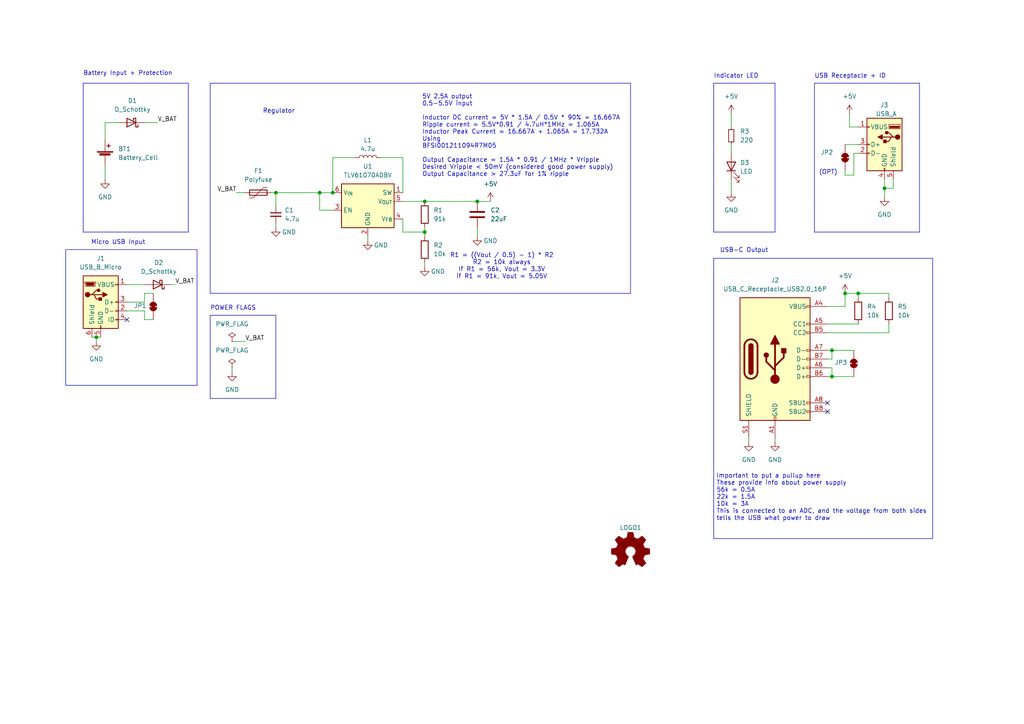
<source format=kicad_sch>
(kicad_sch (version 20231120) (generator "eeschema") (generator_version "8.0")
  (paper "A4")
  (lib_symbols
    (symbol "Connector:USB_A" (pin_names (offset 1.016))
      (property "Reference" "J" (at -5.08 11.43 0))
      (property "Value" "USB_A" (at -5.08 8.89 0))
      (symbol "USB_A_0_1"
        (rectangle (start -5.08 -7.62) (end 5.08 7.62) (stroke (width 0.254)) (fill (type background)))
        (circle (center -3.81 2.159) (radius 0.635) (stroke (width 0.254)) (fill (type outline)))
        (rectangle (start -1.524 4.826) (end -4.318 5.334) (fill (type outline)))
        (rectangle (start -1.27 4.572) (end -4.572 5.842))
        (circle (center -0.635 3.429) (radius 0.381) (stroke (width 0.254)) (fill (type outline)))
        (rectangle (start -0.127 -7.62) (end 0.127 -6.858))
        (polyline (pts (xy -3.175 2.159) (xy -2.54 2.159) (xy -1.27 3.429) (xy -0.635 3.429)) (stroke (width 0.254)))
        (polyline (pts (xy -2.54 2.159) (xy -1.905 2.159) (xy -1.27 0.889) (xy 0 0.889)) (stroke (width 0.254)))
        (polyline (pts (xy 0.635 2.794) (xy 0.635 1.524) (xy 1.905 2.159) (xy 0.635 2.794)) (stroke (width 0.254)) (fill (type outline)))
        (rectangle (start 0.254 1.27) (end -0.508 0.508) (stroke (width 0.254)) (fill (type outline)))
        (rectangle (start 5.08 -2.667) (end 4.318 -2.413))
        (rectangle (start 5.08 -0.127) (end 4.318 0.127))
        (rectangle (start 5.08 4.953) (end 4.318 5.207))
      )
      (symbol "USB_A_1_1"
        (polyline (pts (xy -1.905 2.159) (xy 0.635 2.159)) (stroke (width 0.254)))
        (pin power_in line (at 7.62 5.08 180) (length 2.54) (name "VBUS") (number "1"))
        (pin bidirectional line (at 7.62 -2.54 180) (length 2.54) (name "D-") (number "2"))
        (pin bidirectional line (at 7.62 0 180) (length 2.54) (name "D+") (number "3"))
        (pin power_in line (at 0 -10.16 90) (length 2.54) (name "GND") (number "4"))
        (pin passive line (at -2.54 -10.16 90) (length 2.54) (name "Shield") (number "5"))
      )
    )
    (symbol "Connector:USB_B_Micro" (pin_names (offset 1.016))
      (property "Reference" "J" (at -5.08 11.43 0))
      (property "Value" "USB_B_Micro" (at -5.08 8.89 0))
      (symbol "USB_B_Micro_0_1"
        (rectangle (start -5.08 -7.62) (end 5.08 7.62) (stroke (width 0.254)) (fill (type background)))
        (circle (center -3.81 2.159) (radius 0.635) (stroke (width 0.254)) (fill (type outline)))
        (circle (center -0.635 3.429) (radius 0.381) (stroke (width 0.254)) (fill (type outline)))
        (rectangle (start -0.127 -7.62) (end 0.127 -6.858))
        (polyline (pts (xy -1.905 2.159) (xy 0.635 2.159)) (stroke (width 0.254)))
        (polyline (pts (xy -3.175 2.159) (xy -2.54 2.159) (xy -1.27 3.429) (xy -0.635 3.429)) (stroke (width 0.254)))
        (polyline (pts (xy -2.54 2.159) (xy -1.905 2.159) (xy -1.27 0.889) (xy 0 0.889)) (stroke (width 0.254)))
        (polyline (pts (xy 0.635 2.794) (xy 0.635 1.524) (xy 1.905 2.159) (xy 0.635 2.794)) (stroke (width 0.254)) (fill (type outline)))
        (polyline (pts (xy -4.318 5.588) (xy -1.778 5.588) (xy -2.032 4.826) (xy -4.064 4.826) (xy -4.318 5.588)) (fill (type outline)))
        (polyline (pts (xy -4.699 5.842) (xy -4.699 5.588) (xy -4.445 4.826) (xy -4.445 4.572) (xy -1.651 4.572) (xy -1.651 4.826) (xy -1.397 5.588) (xy -1.397 5.842) (xy -4.699 5.842)))
        (rectangle (start 0.254 1.27) (end -0.508 0.508) (stroke (width 0.254)) (fill (type outline)))
        (rectangle (start 5.08 -5.207) (end 4.318 -4.953))
        (rectangle (start 5.08 -2.667) (end 4.318 -2.413))
        (rectangle (start 5.08 -0.127) (end 4.318 0.127))
        (rectangle (start 5.08 4.953) (end 4.318 5.207))
      )
      (symbol "USB_B_Micro_1_1"
        (pin power_out line (at 7.62 5.08 180) (length 2.54) (name "VBUS") (number "1"))
        (pin bidirectional line (at 7.62 -2.54 180) (length 2.54) (name "D-") (number "2"))
        (pin bidirectional line (at 7.62 0 180) (length 2.54) (name "D+") (number "3"))
        (pin passive line (at 7.62 -5.08 180) (length 2.54) (name "ID") (number "4"))
        (pin power_out line (at 0 -10.16 90) (length 2.54) (name "GND") (number "5"))
        (pin passive line (at -2.54 -10.16 90) (length 2.54) (name "Shield") (number "6"))
      )
    )
    (symbol "Connector:USB_C_Receptacle_USB2.0_16P" (pin_names (offset 1.016))
      (property "Reference" "J" (at 0 22.225 0))
      (property "Value" "USB_C_Receptacle_USB2.0_16P" (at 0 19.685 0))
      (symbol "USB_C_Receptacle_USB2.0_16P_0_0"
        (rectangle (start -0.254 -17.78) (end 0.254 -16.764))
        (rectangle (start 10.16 -14.986) (end 9.144 -15.494))
        (rectangle (start 10.16 -12.446) (end 9.144 -12.954))
        (rectangle (start 10.16 -4.826) (end 9.144 -5.334))
        (rectangle (start 10.16 -2.286) (end 9.144 -2.794))
        (rectangle (start 10.16 0.254) (end 9.144 -0.254))
        (rectangle (start 10.16 2.794) (end 9.144 2.286))
        (rectangle (start 10.16 7.874) (end 9.144 7.366))
        (rectangle (start 10.16 10.414) (end 9.144 9.906))
        (rectangle (start 10.16 15.494) (end 9.144 14.986))
      )
      (symbol "USB_C_Receptacle_USB2.0_16P_0_1"
        (rectangle (start -10.16 17.78) (end 10.16 -17.78) (stroke (width 0.254)) (fill (type background)))
        (arc (start -8.89 -3.81) (mid -6.985 -5.7067) (end -5.08 -3.81) (stroke (width 0.508)))
        (arc (start -7.62 -3.81) (mid -6.985 -4.4423) (end -6.35 -3.81) (stroke (width 0.254)))
        (arc (start -7.62 -3.81) (mid -6.985 -4.4423) (end -6.35 -3.81) (stroke (width 0.254)) (fill (type outline)))
        (rectangle (start -7.62 -3.81) (end -6.35 3.81) (stroke (width 0.254)) (fill (type outline)))
        (arc (start -6.35 3.81) (mid -6.985 4.4423) (end -7.62 3.81) (stroke (width 0.254)))
        (arc (start -6.35 3.81) (mid -6.985 4.4423) (end -7.62 3.81) (stroke (width 0.254)) (fill (type outline)))
        (arc (start -5.08 3.81) (mid -6.985 5.7067) (end -8.89 3.81) (stroke (width 0.508)))
        (circle (center -2.54 1.143) (radius 0.635) (stroke (width 0.254)) (fill (type outline)))
        (circle (center 0 -5.842) (radius 1.27) (fill (type outline)))
        (polyline (pts (xy -8.89 -3.81) (xy -8.89 3.81)) (stroke (width 0.508)))
        (polyline (pts (xy -5.08 3.81) (xy -5.08 -3.81)) (stroke (width 0.508)))
        (polyline (pts (xy 0 -5.842) (xy 0 4.318)) (stroke (width 0.508)))
        (polyline (pts (xy 0 -3.302) (xy -2.54 -0.762) (xy -2.54 0.508)) (stroke (width 0.508)))
        (polyline (pts (xy 0 -2.032) (xy 2.54 0.508) (xy 2.54 1.778)) (stroke (width 0.508)))
        (polyline (pts (xy -1.27 4.318) (xy 0 6.858) (xy 1.27 4.318) (xy -1.27 4.318)) (stroke (width 0.254)) (fill (type outline)))
        (rectangle (start 1.905 1.778) (end 3.175 3.048) (stroke (width 0.254)) (fill (type outline)))
      )
      (symbol "USB_C_Receptacle_USB2.0_16P_1_1"
        (pin passive line (at 0 -22.86 90) (length 5.08) (name "GND") (number "A1"))
        (pin passive line (at 0 -22.86 90) (length 5.08) hide (name "GND") (number "A12"))
        (pin passive line (at 15.24 15.24 180) (length 5.08) (name "VBUS") (number "A4"))
        (pin bidirectional line (at 15.24 10.16 180) (length 5.08) (name "CC1") (number "A5"))
        (pin bidirectional line (at 15.24 -2.54 180) (length 5.08) (name "D+") (number "A6"))
        (pin bidirectional line (at 15.24 2.54 180) (length 5.08) (name "D-") (number "A7"))
        (pin bidirectional line (at 15.24 -12.7 180) (length 5.08) (name "SBU1") (number "A8"))
        (pin passive line (at 15.24 15.24 180) (length 5.08) hide (name "VBUS") (number "A9"))
        (pin passive line (at 0 -22.86 90) (length 5.08) hide (name "GND") (number "B1"))
        (pin passive line (at 0 -22.86 90) (length 5.08) hide (name "GND") (number "B12"))
        (pin passive line (at 15.24 15.24 180) (length 5.08) hide (name "VBUS") (number "B4"))
        (pin bidirectional line (at 15.24 7.62 180) (length 5.08) (name "CC2") (number "B5"))
        (pin bidirectional line (at 15.24 -5.08 180) (length 5.08) (name "D+") (number "B6"))
        (pin bidirectional line (at 15.24 0 180) (length 5.08) (name "D-") (number "B7"))
        (pin bidirectional line (at 15.24 -15.24 180) (length 5.08) (name "SBU2") (number "B8"))
        (pin passive line (at 15.24 15.24 180) (length 5.08) hide (name "VBUS") (number "B9"))
        (pin passive line (at -7.62 -22.86 90) (length 5.08) (name "SHIELD") (number "S1"))
      )
    )
    (symbol "Device:Battery_Cell" (pin_numbers hide) (pin_names (offset 0) hide)
      (property "Reference" "BT" (at 2.54 2.54 0))
      (property "Value" "Battery_Cell" (at 2.54 0 0))
      (symbol "Battery_Cell_0_1"
        (rectangle (start -2.286 1.778) (end 2.286 1.524) (fill (type outline)))
        (rectangle (start -1.5748 1.1938) (end 1.4732 0.6858) (fill (type outline)))
        (polyline (pts (xy 0 0.762) (xy 0 0)))
        (polyline (pts (xy 0 1.778) (xy 0 2.54)))
        (polyline (pts (xy 0.508 3.429) (xy 1.524 3.429)) (stroke (width 0.254)))
        (polyline (pts (xy 1.016 3.937) (xy 1.016 2.921)) (stroke (width 0.254)))
      )
      (symbol "Battery_Cell_1_1"
        (pin passive line (at 0 5.08 270) (length 2.54) (name "+") (number "1"))
        (pin passive line (at 0 -2.54 90) (length 2.54) (name "-") (number "2"))
      )
    )
    (symbol "Device:C" (pin_numbers hide) (pin_names (offset 0.254))
      (property "Reference" "C" (at 0.635 2.54 0))
      (property "Value" "C" (at 0.635 -2.54 0))
      (symbol "C_0_1"
        (polyline (pts (xy -2.032 -0.762) (xy 2.032 -0.762)) (stroke (width 0.508)))
        (polyline (pts (xy -2.032 0.762) (xy 2.032 0.762)) (stroke (width 0.508)))
      )
      (symbol "C_1_1"
        (pin passive line (at 0 3.81 270) (length 2.794) (name "~") (number "1"))
        (pin passive line (at 0 -3.81 90) (length 2.794) (name "~") (number "2"))
      )
    )
    (symbol "Device:C_Small" (pin_numbers hide) (pin_names (offset 0.254) hide)
      (property "Reference" "C" (at 0.254 1.778 0))
      (property "Value" "C_Small" (at 0.254 -2.032 0))
      (symbol "C_Small_0_1"
        (polyline (pts (xy -1.524 -0.508) (xy 1.524 -0.508)) (stroke (width 0.3302)))
        (polyline (pts (xy -1.524 0.508) (xy 1.524 0.508)) (stroke (width 0.3048)))
      )
      (symbol "C_Small_1_1"
        (pin passive line (at 0 2.54 270) (length 2.032) (name "~") (number "1"))
        (pin passive line (at 0 -2.54 90) (length 2.032) (name "~") (number "2"))
      )
    )
    (symbol "Device:D_Schottky" (pin_numbers hide) (pin_names (offset 1.016) hide)
      (property "Reference" "D" (at 0 2.54 0))
      (property "Value" "D_Schottky" (at 0 -2.54 0))
      (symbol "D_Schottky_0_1"
        (polyline (pts (xy 1.27 0) (xy -1.27 0)))
        (polyline (pts (xy 1.27 1.27) (xy 1.27 -1.27) (xy -1.27 0) (xy 1.27 1.27)) (stroke (width 0.254)))
        (polyline (pts (xy -1.905 0.635) (xy -1.905 1.27) (xy -1.27 1.27) (xy -1.27 -1.27) (xy -0.635 -1.27) (xy -0.635 -0.635)) (stroke (width 0.254)))
      )
      (symbol "D_Schottky_1_1"
        (pin passive line (at -3.81 0 0) (length 2.54) (name "K") (number "1"))
        (pin passive line (at 3.81 0 180) (length 2.54) (name "A") (number "2"))
      )
    )
    (symbol "Device:L" (pin_numbers hide) (pin_names (offset 1.016) hide)
      (property "Reference" "L" (at -1.27 0 90))
      (property "Value" "L" (at 1.905 0 90))
      (symbol "L_0_1"
        (arc (start 0 -2.54) (mid 0.6323 -1.905) (end 0 -1.27))
        (arc (start 0 -1.27) (mid 0.6323 -0.635) (end 0 0))
        (arc (start 0 0) (mid 0.6323 0.635) (end 0 1.27))
        (arc (start 0 1.27) (mid 0.6323 1.905) (end 0 2.54))
      )
      (symbol "L_1_1"
        (pin passive line (at 0 3.81 270) (length 1.27) (name "1") (number "1"))
        (pin passive line (at 0 -3.81 90) (length 1.27) (name "2") (number "2"))
      )
    )
    (symbol "Device:LED" (pin_numbers hide) (pin_names (offset 1.016) hide)
      (property "Reference" "D" (at 0 2.54 0))
      (property "Value" "LED" (at 0 -2.54 0))
      (symbol "LED_0_1"
        (polyline (pts (xy -1.27 -1.27) (xy -1.27 1.27)) (stroke (width 0.254)))
        (polyline (pts (xy -1.27 0) (xy 1.27 0)))
        (polyline (pts (xy 1.27 -1.27) (xy 1.27 1.27) (xy -1.27 0) (xy 1.27 -1.27)) (stroke (width 0.254)))
        (polyline (pts (xy -3.048 -0.762) (xy -4.572 -2.286) (xy -3.81 -2.286) (xy -4.572 -2.286) (xy -4.572 -1.524)))
        (polyline (pts (xy -1.778 -0.762) (xy -3.302 -2.286) (xy -2.54 -2.286) (xy -3.302 -2.286) (xy -3.302 -1.524)))
      )
      (symbol "LED_1_1"
        (pin passive line (at -3.81 0 0) (length 2.54) (name "K") (number "1"))
        (pin passive line (at 3.81 0 180) (length 2.54) (name "A") (number "2"))
      )
    )
    (symbol "Device:Polyfuse" (pin_numbers hide) (pin_names (offset 0))
      (property "Reference" "F" (at -2.54 0 90))
      (property "Value" "Polyfuse" (at 2.54 0 90))
      (symbol "Polyfuse_0_1"
        (rectangle (start -0.762 2.54) (end 0.762 -2.54) (stroke (width 0.254)))
        (polyline (pts (xy 0 2.54) (xy 0 -2.54)))
        (polyline (pts (xy -1.524 2.54) (xy -1.524 1.524) (xy 1.524 -1.524) (xy 1.524 -2.54)))
      )
      (symbol "Polyfuse_1_1"
        (pin passive line (at 0 3.81 270) (length 1.27) (name "~") (number "1"))
        (pin passive line (at 0 -3.81 90) (length 1.27) (name "~") (number "2"))
      )
    )
    (symbol "Device:R" (pin_numbers hide) (pin_names (offset 0))
      (property "Reference" "R" (at 2.032 0 90))
      (property "Value" "R" (at 0 0 90))
      (symbol "R_0_1"
        (rectangle (start -1.016 -2.54) (end 1.016 2.54) (stroke (width 0.254)))
      )
      (symbol "R_1_1"
        (pin passive line (at 0 3.81 270) (length 1.27) (name "~") (number "1"))
        (pin passive line (at 0 -3.81 90) (length 1.27) (name "~") (number "2"))
      )
    )
    (symbol "Device:R_Small" (pin_numbers hide) (pin_names (offset 0.254) hide)
      (property "Reference" "R" (at 0.762 0.508 0))
      (property "Value" "R_Small" (at 0.762 -1.016 0))
      (symbol "R_Small_0_1"
        (rectangle (start -0.762 1.778) (end 0.762 -1.778) (stroke (width 0.2032)))
      )
      (symbol "R_Small_1_1"
        (pin passive line (at 0 2.54 270) (length 0.762) (name "~") (number "1"))
        (pin passive line (at 0 -2.54 90) (length 0.762) (name "~") (number "2"))
      )
    )
    (symbol "Graphic:Logo_Open_Hardware_Small" (pin_names (offset 1.016))
      (symbol "Logo_Open_Hardware_Small_0_1"
        (polyline (pts (xy 3.3528 -4.3434) (xy 3.302 -4.318) (xy 3.175 -4.2418) (xy 2.9972 -4.1148) (xy 2.7686 -3.9624) (xy 2.54 -3.81) (xy 2.3622 -3.7084) (xy 2.2352 -3.6068) (xy 2.1844 -3.5814) (xy 2.159 -3.6068) (xy 2.0574 -3.6576) (xy 1.905 -3.7338) (xy 1.8034 -3.7846) (xy 1.6764 -3.8354) (xy 1.6002 -3.8354) (xy 1.6002 -3.8354) (xy 1.5494 -3.7338) (xy 1.4732 -3.5306) (xy 1.3462 -3.302) (xy 1.2446 -3.0226) (xy 1.1176 -2.7178) (xy 0.9652 -2.413) (xy 0.8636 -2.1082) (xy 0.7366 -1.8288) (xy 0.6604 -1.6256) (xy 0.6096 -1.4732) (xy 0.5842 -1.397) (xy 0.5842 -1.397) (xy 0.6604 -1.3208) (xy 0.7874 -1.2446) (xy 1.0414 -1.016) (xy 1.2954 -0.6858) (xy 1.4478 -0.3302) (xy 1.524 0.0762) (xy 1.4732 0.4572) (xy 1.3208 0.8128) (xy 1.0668 1.143) (xy 0.762 1.3716) (xy 0.4064 1.524) (xy 0 1.5748) (xy -0.381 1.5494) (xy -0.7366 1.397) (xy -1.0668 1.143) (xy -1.2192 0.9906) (xy -1.397 0.6604) (xy -1.524 0.3048) (xy -1.524 0.2286) (xy -1.4986 -0.1778) (xy -1.397 -0.5334) (xy -1.1938 -0.8636) (xy -0.9144 -1.143) (xy -0.8636 -1.1684) (xy -0.7366 -1.27) (xy -0.635 -1.3462) (xy -0.5842 -1.397) (xy -1.0668 -2.5908) (xy -1.143 -2.794) (xy -1.2954 -3.1242) (xy -1.397 -3.4036) (xy -1.4986 -3.6322) (xy -1.5748 -3.7846) (xy -1.6002 -3.8354) (xy -1.6002 -3.8354) (xy -1.651 -3.8354) (xy -1.7272 -3.81) (xy -1.905 -3.7338) (xy -2.0066 -3.683) (xy -2.1336 -3.6068) (xy -2.2098 -3.5814) (xy -2.2606 -3.6068) (xy -2.3622 -3.683) (xy -2.54 -3.81) (xy -2.7686 -3.9624) (xy -2.9718 -4.0894) (xy -3.1496 -4.2164) (xy -3.302 -4.318) (xy -3.3528 -4.3434) (xy -3.3782 -4.3434) (xy -3.429 -4.318) (xy -3.5306 -4.2164) (xy -3.7084 -4.064) (xy -3.937 -3.8354) (xy -3.9624 -3.81) (xy -4.1656 -3.6068) (xy -4.318 -3.4544) (xy -4.4196 -3.3274) (xy -4.445 -3.2766) (xy -4.445 -3.2766) (xy -4.4196 -3.2258) (xy -4.318 -3.0734) (xy -4.2164 -2.8956) (xy -4.064 -2.667) (xy -3.6576 -2.0828) (xy -3.8862 -1.5494) (xy -3.937 -1.3716) (xy -4.0386 -1.1684) (xy -4.0894 -1.0414) (xy -4.1148 -0.9652) (xy -4.191 -0.9398) (xy -4.318 -0.9144) (xy -4.5466 -0.8636) (xy -4.8006 -0.8128) (xy -5.0546 -0.7874) (xy -5.2578 -0.7366) (xy -5.4356 -0.7112) (xy -5.5118 -0.6858) (xy -5.5118 -0.6858) (xy -5.5372 -0.635) (xy -5.5372 -0.5588) (xy -5.5372 -0.4318) (xy -5.5626 -0.2286) (xy -5.5626 0.0762) (xy -5.5626 0.127) (xy -5.5372 0.4064) (xy -5.5372 0.635) (xy -5.5372 0.762) (xy -5.5372 0.8382) (xy -5.5372 0.8382) (xy -5.461 0.8382) (xy -5.3086 0.889) (xy -5.08 0.9144) (xy -4.826 0.9652) (xy -4.8006 0.9906) (xy -4.5466 1.0414) (xy -4.318 1.0668) (xy -4.1656 1.1176) (xy -4.0894 1.143) (xy -4.0894 1.143) (xy -4.0386 1.2446) (xy -3.9624 1.4224) (xy -3.8608 1.6256) (xy -3.7846 1.8288) (xy -3.7084 2.0066) (xy -3.6576 2.159) (xy -3.6322 2.2098) (xy -3.6322 2.2098) (xy -3.683 2.286) (xy -3.7592 2.413) (xy -3.8862 2.5908) (xy -4.064 2.8194) (xy -4.064 2.8448) (xy -4.2164 3.0734) (xy -4.3434 3.2512) (xy -4.4196 3.3782) (xy -4.445 3.4544) (xy -4.445 3.4544) (xy -4.3942 3.5052) (xy -4.2926 3.6322) (xy -4.1148 3.81) (xy -3.937 4.0132) (xy -3.8608 4.064) (xy -3.6576 4.2926) (xy -3.5052 4.4196) (xy -3.4036 4.4958) (xy -3.3528 4.5212) (xy -3.3528 4.5212) (xy -3.302 4.4704) (xy -3.1496 4.3688) (xy -2.9718 4.2418) (xy -2.7432 4.0894) (xy -2.7178 4.0894) (xy -2.4892 3.937) (xy -2.3114 3.81) (xy -2.1844 3.7084) (xy -2.1336 3.683) (xy -2.1082 3.683) (xy -2.032 3.7084) (xy -1.8542 3.7592) (xy -1.6764 3.8354) (xy -1.4732 3.937) (xy -1.27 4.0132) (xy -1.143 4.064) (xy -1.0668 4.1148) (xy -1.0668 4.1148) (xy -1.0414 4.191) (xy -1.016 4.3434) (xy -0.9652 4.572) (xy -0.9144 4.8514) (xy -0.889 4.9022) (xy -0.8382 5.1562) (xy -0.8128 5.3848) (xy -0.7874 5.5372) (xy -0.762 5.588) (xy -0.7112 5.6134) (xy -0.5842 5.6134) (xy -0.4064 5.6134) (xy -0.1524 5.6134) (xy 0.0762 5.6134) (xy 0.3302 5.6134) (xy 0.5334 5.6134) (xy 0.6858 5.588) (xy 0.7366 5.588) (xy 0.7366 5.588) (xy 0.762 5.5118) (xy 0.8128 5.334) (xy 0.8382 5.1054) (xy 0.9144 4.826) (xy 0.9144 4.7752) (xy 0.9652 4.5212) (xy 1.016 4.2926) (xy 1.0414 4.1402) (xy 1.0668 4.0894) (xy 1.0668 4.0894) (xy 1.1938 4.0386) (xy 1.3716 3.9624) (xy 1.5748 3.8608) (xy 2.0828 3.6576) (xy 2.7178 4.0894) (xy 2.7686 4.1402) (xy 2.9972 4.2926) (xy 3.175 4.4196) (xy 3.302 4.4958) (xy 3.3782 4.5212) (xy 3.3782 4.5212) (xy 3.429 4.4704) (xy 3.556 4.3434) (xy 3.7338 4.191) (xy 3.9116 3.9878) (xy 4.064 3.8354) (xy 4.2418 3.6576) (xy 4.3434 3.556) (xy 4.4196 3.4798) (xy 4.4196 3.429) (xy 4.4196 3.4036) (xy 4.3942 3.3274) (xy 4.2926 3.2004) (xy 4.1656 2.9972) (xy 4.0132 2.794) (xy 3.8862 2.5908) (xy 3.7592 2.3876) (xy 3.6576 2.2352) (xy 3.6322 2.159) (xy 3.6322 2.1336) (xy 3.683 2.0066) (xy 3.7592 1.8288) (xy 3.8608 1.6002) (xy 4.064 1.1176) (xy 4.3942 1.0414) (xy 4.5974 1.016) (xy 4.8768 0.9652) (xy 5.1308 0.9144) (xy 5.5372 0.8382) (xy 5.5626 -0.6604) (xy 5.4864 -0.6858) (xy 5.4356 -0.6858) (xy 5.2832 -0.7366) (xy 5.0546 -0.762) (xy 4.8006 -0.8128) (xy 4.5974 -0.8636) (xy 4.3688 -0.9144) (xy 4.2164 -0.9398) (xy 4.1402 -0.9398) (xy 4.1148 -0.9652) (xy 4.064 -1.0668) (xy 3.9878 -1.2446) (xy 3.9116 -1.4478) (xy 3.81 -1.651) (xy 3.7338 -1.8542) (xy 3.683 -2.0066) (xy 3.6576 -2.0828) (xy 3.683 -2.1336) (xy 3.7846 -2.2606) (xy 3.8862 -2.4638) (xy 4.0386 -2.667) (xy 4.191 -2.8956) (xy 4.318 -3.0734) (xy 4.3942 -3.2004) (xy 4.445 -3.2766) (xy 4.4196 -3.3274) (xy 4.3434 -3.429) (xy 4.1656 -3.5814) (xy 3.937 -3.8354) (xy 3.8862 -3.8608) (xy 3.683 -4.064) (xy 3.5306 -4.2164) (xy 3.4036 -4.318) (xy 3.3528 -4.3434)) (fill (type outline)))
      )
    )
    (symbol "Jumper:SolderJumper_2_Bridged" (pin_numbers hide) (pin_names (offset 0) hide) (exclude_from_sim yes) (in_bom no)
      (property "Reference" "JP" (at 0 2.032 0))
      (property "Value" "SolderJumper_2_Bridged" (at 0 -2.54 0))
      (symbol "SolderJumper_2_Bridged_0_1"
        (rectangle (start -0.508 0.508) (end 0.508 -0.508) (fill (type outline)))
        (arc (start -0.254 1.016) (mid -1.2656 0) (end -0.254 -1.016))
        (arc (start -0.254 1.016) (mid -1.2656 0) (end -0.254 -1.016) (fill (type outline)))
        (polyline (pts (xy -0.254 1.016) (xy -0.254 -1.016)))
        (polyline (pts (xy 0.254 1.016) (xy 0.254 -1.016)))
        (arc (start 0.254 -1.016) (mid 1.2656 0) (end 0.254 1.016))
        (arc (start 0.254 -1.016) (mid 1.2656 0) (end 0.254 1.016) (fill (type outline)))
      )
      (symbol "SolderJumper_2_Bridged_1_1"
        (pin passive line (at -3.81 0 0) (length 2.54) (name "A") (number "1"))
        (pin passive line (at 3.81 0 180) (length 2.54) (name "B") (number "2"))
      )
    )
    (symbol "Regulator_Switching:TLV61070ADBV"
      (property "Reference" "U" (at -7.62 8.89 0))
      (property "Value" "TLV61070ADBV" (at 0 8.89 0))
      (symbol "TLV61070ADBV_0_1"
        (rectangle (start -7.62 7.62) (end 7.62 -5.08) (stroke (width 0.254)) (fill (type background)))
      )
      (symbol "TLV61070ADBV_1_1"
        (pin input line (at 10.16 5.08 180) (length 2.54) (name "SW") (number "1"))
        (pin power_in line (at 0 -7.62 90) (length 2.54) (name "GND") (number "2"))
        (pin input line (at -10.16 0 0) (length 2.54) (name "EN") (number "3"))
        (pin input line (at 10.16 -2.54 180) (length 2.54) (name "V_{FB}") (number "4"))
        (pin power_out line (at 10.16 2.54 180) (length 2.54) (name "V_{OUT}") (number "5"))
        (pin power_in line (at -10.16 5.08 0) (length 2.54) (name "V_{IN}") (number "6"))
      )
    )
    (symbol "power:+5V" (power) (pin_names (offset 0))
      (property "Value" "+5V" (at 0 3.556 0))
      (symbol "+5V_0_1"
        (polyline (pts (xy -0.762 1.27) (xy 0 2.54)))
        (polyline (pts (xy 0 0) (xy 0 2.54)))
        (polyline (pts (xy 0 2.54) (xy 0.762 1.27)))
      )
      (symbol "+5V_1_1"
        (pin power_in line (at 0 0 90) (length 0) hide (name "+5V") (number "1"))
      )
    )
    (symbol "power:GND" (power) (pin_names (offset 0))
      (property "Value" "GND" (at 0 -3.81 0))
      (symbol "GND_0_1"
        (polyline (pts (xy 0 0) (xy 0 -1.27) (xy 1.27 -1.27) (xy 0 -2.54) (xy -1.27 -1.27) (xy 0 -1.27)))
      )
      (symbol "GND_1_1"
        (pin power_in line (at 0 0 270) (length 0) hide (name "GND") (number "1"))
      )
    )
    (symbol "power:PWR_FLAG" (power) (pin_numbers hide) (pin_names (offset 0) hide)
      (property "Value" "PWR_FLAG" (at 0 3.81 0))
      (symbol "PWR_FLAG_0_0"
        (pin power_out line (at 0 0 90) (length 0) (name "pwr") (number "1"))
      )
      (symbol "PWR_FLAG_0_1"
        (polyline (pts (xy 0 0) (xy 0 1.27) (xy -1.016 1.905) (xy 0 2.54) (xy 1.016 1.905) (xy 0 1.27)))
      )
    )
  )
  (junction (at 27.94 97.79))
  (junction (at 123.19 58.42))
  (junction (at 80.01 55.88))
  (junction (at 138.43 58.42))
  (junction (at 256.54 54.61))
  (junction (at 123.19 67.31))
  (junction (at 245.11 85.09))
  (junction (at 241.3 101.6))
  (junction (at 96.52 55.88))
  (junction (at 241.3 109.22))
  (junction (at 248.92 85.09))
  (junction (at 92.71 55.88))
  (no_connect (at 240.03 119.38))
  (no_connect (at 36.83 92.71))
  (no_connect (at 240.03 116.84))
  (wire (pts (xy 256.54 54.61) (xy 256.54 57.15)))
  (wire (pts (xy 245.11 85.09) (xy 248.92 85.09)))
  (wire (pts (xy 41.91 92.71) (xy 44.45 92.71)))
  (polyline (pts (xy 80.01 115.57) (xy 80.01 91.44)))
  (polyline (pts (xy 236.22 59.69) (xy 236.22 67.31)))
  (wire (pts (xy 36.83 87.63) (xy 41.91 87.63)))
  (wire (pts (xy 30.48 35.56) (xy 34.29 35.56)))
  (wire (pts (xy 240.03 93.98) (xy 248.92 93.98)))
  (wire (pts (xy 247.65 50.8) (xy 245.11 50.8)))
  (wire (pts (xy 116.84 45.72) (xy 110.49 45.72)))
  (wire (pts (xy 92.71 55.88) (xy 96.52 55.88)))
  (polyline (pts (xy 236.22 24.13) (xy 266.7 24.13)))
  (wire (pts (xy 49.53 82.55) (xy 50.8 82.55)))
  (wire (pts (xy 240.03 88.9) (xy 245.11 88.9)))
  (polyline (pts (xy 266.7 24.13) (xy 266.7 67.31)))
  (wire (pts (xy 67.31 106.68) (xy 67.31 107.95)))
  (wire (pts (xy 212.09 52.07) (xy 212.09 55.88)))
  (wire (pts (xy 36.83 82.55) (xy 41.91 82.55)))
  (wire (pts (xy 245.11 50.8) (xy 245.11 49.53)))
  (polyline (pts (xy 54.61 24.13) (xy 54.61 67.31)))
  (wire (pts (xy 80.01 55.88) (xy 92.71 55.88)))
  (wire (pts (xy 116.84 55.88) (xy 116.84 45.72)))
  (wire (pts (xy 41.91 90.17) (xy 41.91 92.71)))
  (wire (pts (xy 245.11 85.09) (xy 245.11 88.9)))
  (wire (pts (xy 240.03 101.6) (xy 241.3 101.6)))
  (wire (pts (xy 27.94 97.79) (xy 27.94 99.06)))
  (wire (pts (xy 138.43 58.42) (xy 142.24 58.42)))
  (polyline (pts (xy 266.7 67.31) (xy 236.22 67.31)))
  (wire (pts (xy 26.67 97.79) (xy 27.94 97.79)))
  (wire (pts (xy 246.38 36.83) (xy 248.92 36.83)))
  (wire (pts (xy 212.09 33.02) (xy 212.09 36.83)))
  (wire (pts (xy 240.03 96.52) (xy 257.81 96.52)))
  (polyline (pts (xy 60.96 24.13) (xy 182.88 24.13)))
  (wire (pts (xy 138.43 66.04) (xy 138.43 68.58)))
  (wire (pts (xy 41.91 87.63) (xy 41.91 85.09)))
  (polyline (pts (xy 60.96 115.57) (xy 80.01 115.57)))
  (wire (pts (xy 80.01 59.69) (xy 80.01 55.88)))
  (wire (pts (xy 248.92 41.91) (xy 245.11 41.91)))
  (wire (pts (xy 27.94 97.79) (xy 29.21 97.79)))
  (polyline (pts (xy 60.96 85.09) (xy 182.88 85.09)))
  (wire (pts (xy 68.58 55.88) (xy 71.12 55.88)))
  (polyline (pts (xy 224.79 67.31) (xy 207.01 67.31)))
  (wire (pts (xy 247.65 44.45) (xy 247.65 50.8)))
  (wire (pts (xy 67.31 99.06) (xy 71.12 99.06)))
  (polyline (pts (xy 24.13 67.31) (xy 54.61 67.31)))
  (wire (pts (xy 241.3 101.6) (xy 247.65 101.6)))
  (wire (pts (xy 36.83 90.17) (xy 41.91 90.17)))
  (wire (pts (xy 248.92 44.45) (xy 247.65 44.45)))
  (wire (pts (xy 241.3 101.6) (xy 241.3 104.14)))
  (wire (pts (xy 212.09 41.91) (xy 212.09 44.45)))
  (polyline (pts (xy 46.99 24.13) (xy 54.61 24.13)))
  (wire (pts (xy 241.3 109.22) (xy 241.3 106.68)))
  (wire (pts (xy 96.52 55.88) (xy 96.52 45.72)))
  (wire (pts (xy 80.01 55.88) (xy 78.74 55.88)))
  (wire (pts (xy 41.91 85.09) (xy 44.45 85.09)))
  (wire (pts (xy 257.81 96.52) (xy 257.81 93.98)))
  (polyline (pts (xy 60.96 91.44) (xy 80.01 91.44)))
  (wire (pts (xy 257.81 86.36) (xy 257.81 85.09)))
  (wire (pts (xy 123.19 67.31) (xy 123.19 68.58)))
  (wire (pts (xy 92.71 60.96) (xy 92.71 55.88)))
  (polyline (pts (xy 207.01 67.31) (xy 207.01 24.13)))
  (wire (pts (xy 30.48 40.64) (xy 30.48 35.56)))
  (wire (pts (xy 256.54 52.07) (xy 256.54 54.61)))
  (wire (pts (xy 123.19 66.04) (xy 123.19 67.31)))
  (wire (pts (xy 123.19 67.31) (xy 116.84 67.31)))
  (polyline (pts (xy 24.13 24.13) (xy 46.99 24.13)))
  (polyline (pts (xy 236.22 59.69) (xy 236.22 24.13)))
  (wire (pts (xy 240.03 104.14) (xy 241.3 104.14)))
  (wire (pts (xy 241.3 109.22) (xy 247.65 109.22)))
  (wire (pts (xy 41.91 35.56) (xy 45.72 35.56)))
  (wire (pts (xy 106.68 68.58) (xy 106.68 69.85)))
  (wire (pts (xy 256.54 54.61) (xy 259.08 54.61)))
  (wire (pts (xy 217.17 128.27) (xy 217.17 127)))
  (wire (pts (xy 248.92 85.09) (xy 257.81 85.09)))
  (wire (pts (xy 224.79 128.27) (xy 224.79 127)))
  (polyline (pts (xy 60.96 91.44) (xy 60.96 115.57)))
  (polyline (pts (xy 224.79 24.13) (xy 224.79 67.31)))
  (polyline (pts (xy 208.28 24.13) (xy 224.79 24.13)))
  (wire (pts (xy 96.52 60.96) (xy 92.71 60.96)))
  (wire (pts (xy 116.84 58.42) (xy 123.19 58.42)))
  (wire (pts (xy 240.03 109.22) (xy 241.3 109.22)))
  (polyline (pts (xy 24.13 24.13) (xy 24.13 67.31)))
  (wire (pts (xy 246.38 33.02) (xy 246.38 36.83)))
  (polyline (pts (xy 182.88 24.13) (xy 182.88 85.09)))
  (wire (pts (xy 259.08 54.61) (xy 259.08 52.07)))
  (wire (pts (xy 116.84 67.31) (xy 116.84 63.5)))
  (polyline (pts (xy 207.01 24.13) (xy 208.28 24.13)))
  (wire (pts (xy 123.19 76.2) (xy 123.19 77.47)))
  (polyline (pts (xy 60.96 24.13) (xy 60.96 85.09)))
  (wire (pts (xy 248.92 85.09) (xy 248.92 86.36)))
  (wire (pts (xy 240.03 106.68) (xy 241.3 106.68)))
  (wire (pts (xy 80.01 64.77) (xy 80.01 66.04)))
  (wire (pts (xy 30.48 52.07) (xy 30.48 48.26)))
  (wire (pts (xy 96.52 45.72) (xy 102.87 45.72)))
  (wire (pts (xy 123.19 58.42) (xy 138.43 58.42)))
  (rectangle (start 207.01 74.93) (end 270.51 156.21))
  (rectangle (start 19.05 72.39) (end 57.15 111.76))
  (text "POWER FLAGS\n" (at 60.96 90.17 0) (effects (font (size 1.27 1.27)) (justify left bottom)))
  (text "Indicator LED" (at 207.01 22.86 0) (effects (font (size 1.27 1.27)) (justify left bottom)))
  (text "USB Receptacle + ID\n" (at 236.22 22.86 0) (effects (font (size 1.27 1.27)) (justify left bottom)))
  (text "Important to put a pullup here\nThese provide info about power supply\n56k = 0.5A\n22k = 1.5A\n10k = 3A\nThis is connected to an ADC, and the voltage from both sides\ntells the USB what power to draw" (at 207.772 151.13 0) (effects (font (size 1.27 1.27)) (justify left bottom)))
  (text "Regulator\n" (at 76.2 33.02 0) (effects (font (size 1.27 1.27)) (justify left bottom)))
  (text "5V 2.5A output\n0.5-5.5V input\n\nInductor DC current = 5V * 1.5A / 0.5V * 90% = 16.667A\nRipple current = 5.5V*0.91 / 4.7uH*1MHz = 1.065A\nInductor Peak Current = 16.667A + 1.065A = 17.732A\nUsing\nBFSI001211094R7M05\n\nOutput Capacitance = 1.5A * 0.91 / 1MHz * Vripple\nDesired Vripple < 50mV (considered good power supply)\nOutput Capacitance > 27.3uF for 1% ripple" (at 122.428 39.37 0) (effects (font (size 1.27 1.27)) (justify left)))
  (text "USB-C Output" (at 208.788 73.406 0) (effects (font (size 1.27 1.27)) (justify left bottom)))
  (text "Micro USB Input" (at 34.29 70.358 0) (effects (font (size 1.27 1.27))))
  (text "(OPT)" (at 237.49 50.8 0) (effects (font (size 1.27 1.27)) (justify left bottom)))
  (text "R1 = ((Vout / 0.5) - 1) * R2\nR2 = 10k always\nIf R1 = 56k, Vout = 3.3V\nif R1 = 91k, Vout = 5.05V\n" (at 145.542 77.216 0) (effects (font (size 1.27 1.27))))
  (text "Battery Input + Protection\n\n" (at 24.13 24.13 0) (effects (font (size 1.27 1.27)) (justify left bottom)))
  (label "V_BAT" (at 71.12 99.06 0))
  (label "V_BAT" (at 50.8 82.55 0))
  (label "V_BAT" (at 68.58 55.88 180))
  (label "V_BAT" (at 45.72 35.56 0))
  (symbol (lib_id "Device:R") (at 123.19 72.39 0) (unit 1)
    (property "Reference" "R2" (at 125.73 71.1199 0) (effects (justify left)))
    (property "Value" "10k" (at 125.73 73.6599 0) (effects (justify left)))
    (property "Footprint" "Resistor_SMD:R_0805_2012Metric_Pad1.20x1.40mm_HandSolder" (effects (hide yes)))
    (property "Description" "Resistor" (effects (hide yes)))
  )
  (symbol (lib_id "power:GND") (at 80.01 66.04 0) (unit 1)
    (property "Reference" "#PWR04" (effects (hide yes)))
    (property "Value" "GND" (at 83.82 67.31 0))
  )
  (symbol (lib_id "Device:C_Small") (at 80.01 62.23 0) (unit 1)
    (property "Reference" "C1" (at 82.55 60.9662 0) (effects (justify left)))
    (property "Value" "4.7u" (at 82.55 63.5062 0) (effects (justify left)))
    (property "Footprint" "Capacitor_SMD:C_0805_2012Metric_Pad1.18x1.45mm_HandSolder" (effects (hide yes)))
    (property "Digikey " "478-0805YC106KAT2ADKR-ND" (effects (hide yes)))
  )
  (symbol (lib_id "power:GND") (at 67.31 107.95 0) (unit 1)
    (property "Reference" "#PWR03" (effects (hide yes)))
    (property "Value" "GND" (at 67.31 113.03 0))
  )
  (symbol (lib_id "Graphic:Logo_Open_Hardware_Small") (at 182.88 160.02 0) (unit 1)
    (property "Reference" "LOGO1" (at 182.88 153.035 0))
    (property "Value" "Logo_Open_Hardware_Small" (effects (hide yes)))
    (property "Footprint" "practice-lib:ieee" (effects (hide yes)))
  )
  (symbol (lib_id "power:+5V") (at 212.09 33.02 0) (unit 1)
    (property "Reference" "#PWR09" (effects (hide yes)))
    (property "Value" "+5V" (at 212.09 27.94 0))
  )
  (symbol (lib_id "Device:R") (at 257.81 90.17 0) (unit 1)
    (property "Reference" "R5" (at 260.35 88.8999 0) (effects (justify left)))
    (property "Value" "10k" (at 260.35 91.4399 0) (effects (justify left)))
    (property "Footprint" "Resistor_SMD:R_0805_2012Metric_Pad1.20x1.40mm_HandSolder" (effects (hide yes)))
    (property "Description" "Resistor" (effects (hide yes)))
  )
  (symbol (lib_id "Connector:USB_A") (at 256.54 41.91 0) (mirror y) (unit 1)
    (property "Reference" "J3" (at 255.27 30.48 0) (effects (justify right)))
    (property "Value" "USB_A" (at 254 33.02 0) (effects (justify right)))
    (property "Footprint" "Connector_USB:USB_A_Molex_67643_Horizontal" (effects (hide yes)))
    (property "Datasheet" " ~" (effects (hide yes)))
    (property "Digikey " "380-1412-ND" (effects (hide yes)))
  )
  (symbol (lib_id "Device:R_Small") (at 212.09 39.37 0) (unit 1)
    (property "Reference" "R3" (at 214.63 38.0999 0) (effects (justify left)))
    (property "Value" "220" (at 214.63 40.6399 0) (effects (justify left)))
    (property "Footprint" "Resistor_SMD:R_0603_1608Metric_Pad0.98x0.95mm_HandSolder" (effects (hide yes)))
    (property "Digikey " "749-1629-6-ND" (effects (hide yes)))
  )
  (symbol (lib_id "power:GND") (at 138.43 68.58 0) (unit 1)
    (property "Reference" "#PWR07" (effects (hide yes)))
    (property "Value" "GND" (at 142.24 69.85 0))
  )
  (symbol (lib_id "power:GND") (at 106.68 69.85 0) (unit 1)
    (property "Reference" "#PWR05" (effects (hide yes)))
    (property "Value" "GND" (at 110.49 71.12 0))
  )
  (symbol (lib_id "Device:Battery_Cell") (at 30.48 45.72 0) (unit 1)
    (property "Reference" "BT1" (at 34.29 43.1799 0) (effects (justify left)))
    (property "Value" "Battery_Cell" (at 34.29 45.7199 0) (effects (justify left)))
    (property "Footprint" "Connector_PinHeader_2.54mm:PinHeader_1x02_P2.54mm_Vertical" (effects (hide yes)))
    (property "Digikey " " A128003CT-ND" (effects (hide yes)))
  )
  (symbol (lib_id "power:PWR_FLAG") (at 67.31 106.68 0) (unit 1)
    (property "Reference" "#FLG02" (effects (hide yes)))
    (property "Value" "PWR_FLAG" (at 67.31 101.6 0))
  )
  (symbol (lib_id "Connector:USB_B_Micro") (at 29.21 87.63 0) (unit 1)
    (property "Reference" "J1" (at 29.21 74.93 0))
    (property "Value" "USB_B_Micro" (at 29.21 77.47 0))
    (property "Footprint" "microusb:CONN_10118192-0002LF_AMP" (effects (hide yes)))
    (property "Description" "USB Micro Type B connector" (effects (hide yes)))
  )
  (symbol (lib_id "Device:D_Schottky") (at 38.1 35.56 180) (unit 1)
    (property "Reference" "D1" (at 38.4175 29.21 0))
    (property "Value" "D_Schottky" (at 38.4175 31.75 0))
    (property "Footprint" "Diode_SMD:D_SMA_Handsoldering" (effects (hide yes)))
    (property "Description" "Schottky diode" (effects (hide yes)))
  )
  (symbol (lib_id "power:GND") (at 30.48 52.07 0) (unit 1)
    (property "Reference" "#PWR02" (effects (hide yes)))
    (property "Value" "GND" (at 30.48 57.15 0))
  )
  (symbol (lib_id "Regulator_Switching:TLV61070ADBV") (at 106.68 60.96 0) (unit 1)
    (property "Reference" "U1" (at 106.68 48.26 0))
    (property "Value" "TLV61070ADBV" (at 106.68 50.8 0))
    (property "Footprint" "Package_TO_SOT_SMD:SOT-23-6" (effects (hide yes)))
    (property "Datasheet" "https://www.ti.com/lit/ds/symlink/tlv61070a.pdf" (effects (hide yes)))
    (property "Description" "Boost Converter, 2.5A switch current limit, 2.2-5.5V Output Voltage, 0.5-5.5V Input Voltage, SOT-23-6" (effects (hide yes)))
  )
  (symbol (lib_id "power:+5V") (at 246.38 33.02 0) (unit 1)
    (property "Reference" "#PWR014" (effects (hide yes)))
    (property "Value" "+5V" (at 246.38 27.94 0))
  )
  (symbol (lib_id "power:GND") (at 212.09 55.88 0) (unit 1)
    (property "Reference" "#PWR010" (effects (hide yes)))
    (property "Value" "GND" (at 212.09 60.96 0))
  )
  (symbol (lib_id "power:+5V") (at 245.11 85.09 0) (unit 1)
    (property "Reference" "#PWR013" (effects (hide yes)))
    (property "Value" "+5V" (at 245.11 80.01 0))
  )
  (symbol (lib_id "Jumper:SolderJumper_2_Bridged") (at 44.45 88.9 90) (unit 1) (exclude_from_sim yes) (in_bom no)
    (property "Reference" "JP1" (at 38.862 88.646 90) (effects (justify right)))
    (property "Value" "SolderJumper_2_Bridged" (effects (hide yes)))
    (property "Footprint" "Jumper:SolderJumper-2_P1.3mm_Bridged_RoundedPad1.0x1.5mm" (effects (hide yes)))
    (property "Description" "Solder Jumper, 2-pole, closed/bridged" (effects (hide yes)))
  )
  (symbol (lib_id "power:+5V") (at 142.24 58.42 0) (unit 1)
    (property "Reference" "#PWR08" (effects (hide yes)))
    (property "Value" "+5V" (at 142.24 53.34 0))
  )
  (symbol (lib_id "Device:D_Schottky") (at 45.72 82.55 180) (unit 1)
    (property "Reference" "D2" (at 46.0375 76.2 0))
    (property "Value" "D_Schottky" (at 46.0375 78.74 0))
    (property "Footprint" "Diode_SMD:D_SMA_Handsoldering" (effects (hide yes)))
    (property "Description" "Schottky diode" (effects (hide yes)))
  )
  (symbol (lib_id "power:GND") (at 224.79 128.27 0) (mirror y) (unit 1)
    (property "Reference" "#PWR012" (effects (hide yes)))
    (property "Value" "GND" (at 224.79 133.35 0))
  )
  (symbol (lib_id "power:PWR_FLAG") (at 67.31 99.06 0) (unit 1)
    (property "Reference" "#FLG01" (effects (hide yes)))
    (property "Value" "PWR_FLAG" (at 67.31 93.98 0))
  )
  (symbol (lib_id "power:GND") (at 217.17 128.27 0) (mirror y) (unit 1)
    (property "Reference" "#PWR011" (effects (hide yes)))
    (property "Value" "GND" (at 217.17 133.35 0))
  )
  (symbol (lib_id "Device:C") (at 138.43 62.23 0) (unit 1)
    (property "Reference" "C2" (at 142.24 60.9599 0) (effects (justify left)))
    (property "Value" "22uF" (at 142.24 63.4999 0) (effects (justify left)))
    (property "Footprint" "Capacitor_SMD:C_0603_1608Metric_Pad1.08x0.95mm_HandSolder" (effects (hide yes)))
    (property "Description" "Unpolarized capacitor" (effects (hide yes)))
  )
  (symbol (lib_id "Device:LED") (at 212.09 48.26 90) (unit 1)
    (property "Reference" "D3" (at 214.63 47.1804 90) (effects (justify right)))
    (property "Value" "LED" (at 214.63 49.7204 90) (effects (justify right)))
    (property "Footprint" "LED_SMD:LED_0805_2012Metric_Pad1.15x1.40mm_HandSolder" (effects (hide yes)))
    (property "Digikey " "475-1410-6-ND" (effects (hide yes)))
  )
  (symbol (lib_id "Device:L") (at 106.68 45.72 90) (unit 1)
    (property "Reference" "L1" (at 106.68 40.64 90))
    (property "Value" "4.7u" (at 106.68 43.18 90))
    (property "Footprint" "microusb:TMPA 1005SV-4R7MN-D" (effects (hide yes)))
    (property "Description" "Inductor" (effects (hide yes)))
  )
  (symbol (lib_id "power:GND") (at 256.54 57.15 0) (mirror y) (unit 1)
    (property "Reference" "#PWR015" (effects (hide yes)))
    (property "Value" "GND" (at 256.54 62.23 0))
  )
  (symbol (lib_id "Jumper:SolderJumper_2_Bridged") (at 245.11 45.72 90) (unit 1) (exclude_from_sim yes) (in_bom no)
    (property "Reference" "JP2" (at 237.998 44.196 90) (effects (justify right)))
    (property "Value" "SolderJumper_2_Bridged" (effects (hide yes)))
    (property "Footprint" "Jumper:SolderJumper-2_P1.3mm_Bridged_RoundedPad1.0x1.5mm" (effects (hide yes)))
    (property "Description" "Solder Jumper, 2-pole, closed/bridged" (effects (hide yes)))
  )
  (symbol (lib_id "Connector:USB_C_Receptacle_USB2.0_16P") (at 224.79 104.14 0) (unit 1)
    (property "Reference" "J2" (at 224.79 81.28 0))
    (property "Value" "USB_C_Receptacle_USB2.0_16P" (at 224.79 83.82 0))
    (property "Footprint" "Connector_USB:USB_C_Receptacle_GCT_USB4105-xx-A_16P_TopMnt_Horizontal" (effects (hide yes)))
    (property "Datasheet" "https://www.usb.org/sites/default/files/documents/usb_type-c.zip" (effects (hide yes)))
    (property "Description" "USB 2.0-only 16P Type-C Receptacle connector" (effects (hide yes)))
  )
  (symbol (lib_id "power:GND") (at 27.94 99.06 0) (unit 1)
    (property "Reference" "#PWR01" (effects (hide yes)))
    (property "Value" "GND" (at 27.94 104.14 0))
  )
  (symbol (lib_id "Device:Polyfuse") (at 74.93 55.88 270) (unit 1)
    (property "Reference" "F1" (at 74.93 49.53 90))
    (property "Value" "Polyfuse" (at 74.93 52.07 90))
    (property "Footprint" "Fuse:Fuse_1206_3216Metric_Pad1.42x1.75mm_HandSolder" (effects (hide yes)))
    (property "Digikey " "18-1812L260/16MR-ADKR-ND" (effects (hide yes)))
  )
  (symbol (lib_id "Device:R") (at 248.92 90.17 0) (unit 1)
    (property "Reference" "R4" (at 251.46 88.8999 0) (effects (justify left)))
    (property "Value" "10k" (at 251.46 91.4399 0) (effects (justify left)))
    (property "Footprint" "Resistor_SMD:R_0805_2012Metric_Pad1.20x1.40mm_HandSolder" (effects (hide yes)))
    (property "Description" "Resistor" (effects (hide yes)))
  )
  (symbol (lib_id "Jumper:SolderJumper_2_Bridged") (at 247.65 105.41 90) (unit 1) (exclude_from_sim yes) (in_bom no)
    (property "Reference" "JP3" (at 242.062 105.156 90) (effects (justify right)))
    (property "Value" "SolderJumper_2_Bridged" (effects (hide yes)))
    (property "Footprint" "Jumper:SolderJumper-2_P1.3mm_Bridged_RoundedPad1.0x1.5mm" (effects (hide yes)))
    (property "Description" "Solder Jumper, 2-pole, closed/bridged" (effects (hide yes)))
  )
  (symbol (lib_id "Device:R") (at 123.19 62.23 0) (unit 1)
    (property "Reference" "R1" (at 125.73 60.9599 0) (effects (justify left)))
    (property "Value" "91k" (at 125.73 63.4999 0) (effects (justify left)))
    (property "Footprint" "Resistor_SMD:R_0603_1608Metric_Pad0.98x0.95mm_HandSolder" (effects (hide yes)))
    (property "Description" "Resistor" (effects (hide yes)))
  )
  (symbol (lib_id "power:GND") (at 123.19 77.47 0) (unit 1)
    (property "Reference" "#PWR06" (effects (hide yes)))
    (property "Value" "GND" (at 127 78.74 0))
  )
)
</source>
